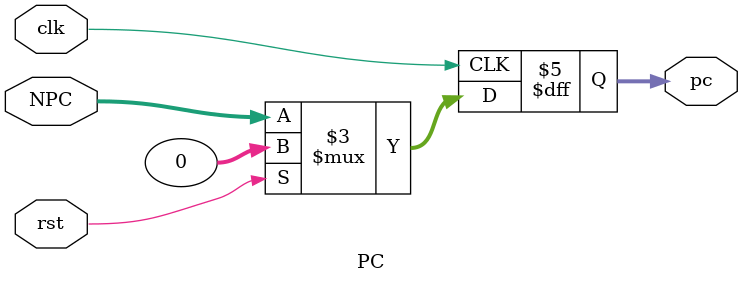
<source format=v>
module  PC(input [31:0]NPC,output reg [31:0]pc,input rst,input clk);

always@(posedge clk)
begin
    if(rst)
    pc<=32'h0000_0000;
    else 
    pc<=NPC;
end
endmodule
</source>
